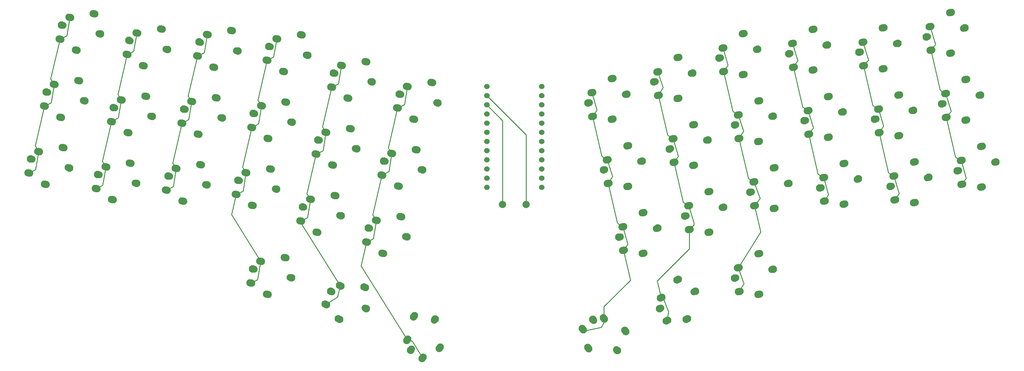
<source format=gbr>
%TF.GenerationSoftware,KiCad,Pcbnew,(6.0.8)*%
%TF.CreationDate,2023-05-09T18:28:35-05:00*%
%TF.ProjectId,Butterfly,42757474-6572-4666-9c79-2e6b69636164,1.0.0*%
%TF.SameCoordinates,Original*%
%TF.FileFunction,Copper,L1,Top*%
%TF.FilePolarity,Positive*%
%FSLAX46Y46*%
G04 Gerber Fmt 4.6, Leading zero omitted, Abs format (unit mm)*
G04 Created by KiCad (PCBNEW (6.0.8)) date 2023-05-09 18:28:35*
%MOMM*%
%LPD*%
G01*
G04 APERTURE LIST*
G04 Aperture macros list*
%AMHorizOval*
0 Thick line with rounded ends*
0 $1 width*
0 $2 $3 position (X,Y) of the first rounded end (center of the circle)*
0 $4 $5 position (X,Y) of the second rounded end (center of the circle)*
0 Add line between two ends*
20,1,$1,$2,$3,$4,$5,0*
0 Add two circle primitives to create the rounded ends*
1,1,$1,$2,$3*
1,1,$1,$4,$5*%
G04 Aperture macros list end*
%TA.AperFunction,WasherPad*%
%ADD10C,2.100000*%
%TD*%
%TA.AperFunction,WasherPad*%
%ADD11C,1.900000*%
%TD*%
%TA.AperFunction,ComponentPad*%
%ADD12HorizOval,2.000000X0.243593X0.056238X-0.243593X-0.056238X0*%
%TD*%
%TA.AperFunction,ComponentPad*%
%ADD13HorizOval,2.000000X0.243593X-0.056238X-0.243593X0.056238X0*%
%TD*%
%TA.AperFunction,ComponentPad*%
%ADD14HorizOval,2.000000X0.153915X0.197003X-0.153915X-0.197003X0*%
%TD*%
%TA.AperFunction,ComponentPad*%
%ADD15HorizOval,2.000000X0.224699X-0.109593X-0.224699X0.109593X0*%
%TD*%
%TA.AperFunction,ComponentPad*%
%ADD16HorizOval,2.000000X0.224699X0.109593X-0.224699X-0.109593X0*%
%TD*%
%TA.AperFunction,ComponentPad*%
%ADD17C,2.000000*%
%TD*%
%TA.AperFunction,ComponentPad*%
%ADD18C,1.524000*%
%TD*%
%TA.AperFunction,ComponentPad*%
%ADD19HorizOval,2.000000X0.153915X-0.197003X-0.153915X0.197003X0*%
%TD*%
%TA.AperFunction,Conductor*%
%ADD20C,0.250000*%
%TD*%
G04 APERTURE END LIST*
D10*
%TO.P,MX21,*%
%TO.N,*%
X241916561Y-87693925D03*
X252634631Y-85219463D03*
D11*
X252225396Y-85313943D03*
X242325796Y-87599445D03*
D12*
%TO.P,MX21,1,COL*%
%TO.N,col9*%
X243183618Y-91403988D03*
X242991870Y-84838858D03*
%TO.P,MX21,2,ROW*%
%TO.N,Net-(D21-Pad2)*%
X248602807Y-92205477D03*
X248607745Y-80935518D03*
%TD*%
D11*
%TO.P,MX8,*%
%TO.N,*%
X220014394Y-75643231D03*
D10*
X219605159Y-75737711D03*
D11*
X229913994Y-73357729D03*
D10*
X230323229Y-73263249D03*
D12*
%TO.P,MX8,1,COL*%
%TO.N,col8*%
X220680468Y-72882644D03*
X220872216Y-79447774D03*
%TO.P,MX8,2,ROW*%
%TO.N,Net-(D8-Pad2)*%
X226296343Y-68979304D03*
X226291405Y-80249263D03*
%TD*%
D10*
%TO.P,MX1,*%
%TO.N,*%
X55886091Y-59955256D03*
X66604161Y-62429718D03*
D11*
X56295326Y-60049736D03*
X66194926Y-62335238D03*
D13*
%TO.P,MX1,1,COL*%
%TO.N,col1*%
X58104152Y-57860524D03*
X55398530Y-63845280D03*
%TO.P,MX1,2,ROW*%
%TO.N,Net-(D1-Pad2)*%
X64862777Y-56814063D03*
X59917915Y-66941270D03*
%TD*%
D11*
%TO.P,MX7,*%
%TO.N,*%
X201809754Y-81475361D03*
X211709354Y-79189859D03*
D10*
X201400519Y-81569841D03*
X212118589Y-79095379D03*
D12*
%TO.P,MX7,1,COL*%
%TO.N,col7*%
X202667576Y-85279904D03*
X202475828Y-78714774D03*
%TO.P,MX7,2,ROW*%
%TO.N,Net-(D7-Pad2)*%
X208091703Y-74811434D03*
X208086765Y-86081393D03*
%TD*%
D10*
%TO.P,MX25,*%
%TO.N,*%
X47315454Y-97078756D03*
D11*
X47724689Y-97173236D03*
D10*
X58033524Y-99553218D03*
D11*
X57624289Y-99458738D03*
D13*
%TO.P,MX25,1,COL*%
%TO.N,col1*%
X46827893Y-100968780D03*
X49533515Y-94984024D03*
%TO.P,MX25,2,ROW*%
%TO.N,Net-(D25-Pad2)*%
X56292140Y-93937563D03*
X51347278Y-104064770D03*
%TD*%
D11*
%TO.P,MX29,*%
%TO.N,*%
X122864464Y-110447476D03*
D10*
X133173299Y-112827458D03*
D11*
X132764064Y-112732978D03*
D10*
X122455229Y-110352996D03*
D13*
%TO.P,MX29,1,COL*%
%TO.N,col5*%
X124673290Y-108258264D03*
X121967668Y-114243020D03*
%TO.P,MX29,2,ROW*%
%TO.N,Net-(D29-Pad2)*%
X126487053Y-117339010D03*
X131431915Y-107211803D03*
%TD*%
D10*
%TO.P,MX28,*%
%TO.N,*%
X115325768Y-105448515D03*
D11*
X114916533Y-105354035D03*
D10*
X104607698Y-102974053D03*
D11*
X105016933Y-103068533D03*
D13*
%TO.P,MX28,1,COL*%
%TO.N,col4*%
X106825759Y-100879321D03*
X104120137Y-106864077D03*
%TO.P,MX28,2,ROW*%
%TO.N,Net-(D28-Pad2)*%
X113584384Y-99832860D03*
X108639522Y-109960067D03*
%TD*%
D10*
%TO.P,MX39,*%
%TO.N,*%
X152387134Y-150076513D03*
X159159410Y-141408395D03*
D11*
X152645712Y-149745549D03*
X158900832Y-141739359D03*
D14*
%TO.P,MX39,1,COL*%
%TO.N,col6*%
X155706640Y-152162389D03*
X151426054Y-147180995D03*
%TO.P,MX39,2,ROW*%
%TO.N,Net-(D39-Pad2)*%
X160422535Y-149374857D03*
X153333958Y-140613346D03*
%TD*%
D11*
%TO.P,MX27,*%
%TO.N,*%
X95640563Y-104162341D03*
D10*
X96049798Y-104256821D03*
D11*
X85740963Y-101876839D03*
D10*
X85331728Y-101782359D03*
D13*
%TO.P,MX27,1,COL*%
%TO.N,col3*%
X84844167Y-105672383D03*
X87549789Y-99687627D03*
%TO.P,MX27,2,ROW*%
%TO.N,Net-(D27-Pad2)*%
X94308414Y-98641166D03*
X89363552Y-108768373D03*
%TD*%
D11*
%TO.P,MX24,*%
%TO.N,*%
X309517640Y-79418646D03*
D10*
X299208805Y-81798628D03*
X309926875Y-79324166D03*
D11*
X299618040Y-81704148D03*
D12*
%TO.P,MX24,1,COL*%
%TO.N,col12*%
X300284114Y-78943561D03*
X300475862Y-85508691D03*
%TO.P,MX24,2,ROW*%
%TO.N,Net-(D24-Pad2)*%
X305899989Y-75040221D03*
X305895051Y-86310180D03*
%TD*%
D11*
%TO.P,MX10,*%
%TO.N,*%
X267216048Y-65560500D03*
D10*
X267625283Y-65466020D03*
D11*
X257316448Y-67846002D03*
D10*
X256907213Y-67940482D03*
D12*
%TO.P,MX10,1,COL*%
%TO.N,col10*%
X257982522Y-65085415D03*
X258174270Y-71650545D03*
%TO.P,MX10,2,ROW*%
%TO.N,Net-(D10-Pad2)*%
X263598397Y-61182075D03*
X263593459Y-72452034D03*
%TD*%
D11*
%TO.P,MX38,*%
%TO.N,*%
X130623352Y-133875555D03*
D10*
X140132593Y-138513521D03*
D11*
X139755100Y-138329405D03*
D10*
X130245859Y-133691439D03*
D15*
%TO.P,MX38,1,COL*%
%TO.N,col5*%
X132878283Y-132149349D03*
X128895729Y-137372084D03*
%TO.P,MX38,2,ROW*%
%TO.N,Net-(D38-Pad2)*%
X139699088Y-132650069D03*
X132602836Y-141405365D03*
%TD*%
D10*
%TO.P,MX6,*%
%TO.N,*%
X159948573Y-81536088D03*
D11*
X159539338Y-81441608D03*
X149639738Y-79156106D03*
D10*
X149230503Y-79061626D03*
D13*
%TO.P,MX6,1,COL*%
%TO.N,col6*%
X151448564Y-76966894D03*
X148742942Y-82951650D03*
%TO.P,MX6,2,ROW*%
%TO.N,Net-(D6-Pad2)*%
X153262327Y-86047640D03*
X158207189Y-75920433D03*
%TD*%
D10*
%TO.P,MX2,*%
%TO.N,*%
X85165910Y-66715037D03*
D11*
X84756675Y-66620557D03*
D10*
X74447840Y-64240575D03*
D11*
X74857075Y-64335055D03*
D13*
%TO.P,MX2,1,COL*%
%TO.N,col2*%
X76665901Y-62145843D03*
X73960279Y-68130599D03*
%TO.P,MX2,2,ROW*%
%TO.N,Net-(D2-Pad2)*%
X78479664Y-71226589D03*
X83424526Y-61099382D03*
%TD*%
D11*
%TO.P,MX16,*%
%TO.N,*%
X119201851Y-86792285D03*
D10*
X119611086Y-86886765D03*
X108893016Y-84412303D03*
D11*
X109302251Y-84506783D03*
D13*
%TO.P,MX16,1,COL*%
%TO.N,col4*%
X111111077Y-82317571D03*
X108405455Y-88302327D03*
%TO.P,MX16,2,ROW*%
%TO.N,Net-(D16-Pad2)*%
X117869702Y-81271110D03*
X112924840Y-91398317D03*
%TD*%
D10*
%TO.P,MX12,*%
%TO.N,*%
X305641557Y-60762416D03*
D11*
X295332722Y-63142398D03*
X305232322Y-60856896D03*
D10*
X294923487Y-63236878D03*
D12*
%TO.P,MX12,1,COL*%
%TO.N,col12*%
X295998796Y-60381811D03*
X296190544Y-66946941D03*
%TO.P,MX12,2,ROW*%
%TO.N,Net-(D12-Pad2)*%
X301609733Y-67748430D03*
X301614671Y-56478471D03*
%TD*%
D11*
%TO.P,MX30,*%
%TO.N,*%
X141069103Y-116279605D03*
X150968703Y-118565107D03*
D10*
X140659868Y-116185125D03*
X151377938Y-118659587D03*
D13*
%TO.P,MX30,1,COL*%
%TO.N,col6*%
X140172307Y-120075149D03*
X142877929Y-114090393D03*
%TO.P,MX30,2,ROW*%
%TO.N,Net-(D30-Pad2)*%
X149636554Y-113043932D03*
X144691692Y-123171139D03*
%TD*%
D10*
%TO.P,MX22,*%
%TO.N,*%
X261192531Y-86502232D03*
D11*
X271501366Y-84122250D03*
X261601766Y-86407752D03*
D10*
X271910601Y-84027770D03*
D12*
%TO.P,MX22,1,COL*%
%TO.N,col10*%
X262459588Y-90212295D03*
X262267840Y-83647165D03*
%TO.P,MX22,2,ROW*%
%TO.N,Net-(D22-Pad2)*%
X267883715Y-79743825D03*
X267878777Y-91013784D03*
%TD*%
D11*
%TO.P,MX5,*%
%TO.N,*%
X141334699Y-75609478D03*
D10*
X131025864Y-73229496D03*
D11*
X131435099Y-73323976D03*
D10*
X141743934Y-75703958D03*
D13*
%TO.P,MX5,1,COL*%
%TO.N,col5*%
X130538303Y-77119520D03*
X133243925Y-71134764D03*
%TO.P,MX5,2,ROW*%
%TO.N,Net-(D5-Pad2)*%
X140002550Y-70088303D03*
X135057688Y-80215510D03*
%TD*%
D10*
%TO.P,MX19,*%
%TO.N,*%
X205685836Y-100131591D03*
D11*
X206095071Y-100037111D03*
X215994671Y-97751609D03*
D10*
X216403906Y-97657129D03*
D12*
%TO.P,MX19,1,COL*%
%TO.N,col7*%
X206952893Y-103841654D03*
X206761145Y-97276524D03*
%TO.P,MX19,2,ROW*%
%TO.N,Net-(D19-Pad2)*%
X212377020Y-93373184D03*
X212372082Y-104643143D03*
%TD*%
D10*
%TO.P,MX41,*%
%TO.N,*%
X221216499Y-138547274D03*
X231103233Y-133725192D03*
D11*
X230725740Y-133909308D03*
X221593992Y-138363158D03*
D16*
%TO.P,MX41,1,COL*%
%TO.N,col8*%
X223285664Y-141877223D03*
X221621998Y-135523490D03*
%TO.P,MX41,2,ROW*%
%TO.N,Net-(D41-Pad2)*%
X228746256Y-141439118D03*
X226215877Y-130456897D03*
%TD*%
D10*
%TO.P,MX33,*%
%TO.N,*%
X256919949Y-103781213D03*
D11*
X256510714Y-103875693D03*
X246611114Y-106161195D03*
D10*
X246201879Y-106255675D03*
D12*
%TO.P,MX33,1,COL*%
%TO.N,col9*%
X247468936Y-109965738D03*
X247277188Y-103400608D03*
%TO.P,MX33,2,ROW*%
%TO.N,Net-(D33-Pad2)*%
X252888125Y-110767227D03*
X252893063Y-99497268D03*
%TD*%
D17*
%TO.P,SW1,1,1*%
%TO.N,Net-(SW1-Pad1)*%
X177794578Y-109671024D03*
%TO.P,SW1,2,2*%
%TO.N,Net-(SW1-Pad2)*%
X184294578Y-109671024D03*
%TD*%
D18*
%TO.P,U1,1,D3/TX0*%
%TO.N,row1*%
X188655978Y-76986774D03*
%TO.P,U1,2,D2/RX1*%
%TO.N,unconnected-(U1-Pad2)*%
X188655978Y-79526774D03*
%TO.P,U1,3,GND*%
%TO.N,unconnected-(U1-Pad3)*%
X188655978Y-82066774D03*
%TO.P,U1,4,GND*%
%TO.N,unconnected-(U1-Pad4)*%
X188655978Y-84606774D03*
%TO.P,U1,5,SDA/D1/2*%
%TO.N,col12*%
X188655978Y-87146774D03*
%TO.P,U1,6,SCL/D0/3*%
%TO.N,col11*%
X188655978Y-89686774D03*
%TO.P,U1,7,D4/4*%
%TO.N,col10*%
X188655978Y-92226774D03*
%TO.P,U1,8,C6/5*%
%TO.N,row2*%
X188655978Y-94766774D03*
%TO.P,U1,9,D7/6*%
%TO.N,col9*%
X188655978Y-97306774D03*
%TO.P,U1,10,E6/7*%
%TO.N,col8*%
X188655978Y-99846774D03*
%TO.P,U1,11,B4/8*%
%TO.N,col7*%
X188655978Y-102386774D03*
%TO.P,U1,12,B5/9*%
%TO.N,unconnected-(U1-Pad12)*%
X188655978Y-104926774D03*
%TO.P,U1,13,10/B6*%
%TO.N,row4*%
X173435978Y-104926774D03*
%TO.P,U1,14,16/B2*%
%TO.N,row3*%
X173435978Y-102386774D03*
%TO.P,U1,15,14/B3*%
%TO.N,col6*%
X173435978Y-99846774D03*
%TO.P,U1,16,15/B1*%
%TO.N,col5*%
X173435978Y-97306774D03*
%TO.P,U1,17,A0/F7*%
%TO.N,col4*%
X173435978Y-94766774D03*
%TO.P,U1,18,A1/F6*%
%TO.N,col3*%
X173435978Y-92226774D03*
%TO.P,U1,19,A2/F5*%
%TO.N,col2*%
X173435978Y-89686774D03*
%TO.P,U1,20,A3/F4*%
%TO.N,col1*%
X173435978Y-87146774D03*
%TO.P,U1,21,VCC*%
%TO.N,unconnected-(U1-Pad21)*%
X173435978Y-84606774D03*
%TO.P,U1,22,RST*%
%TO.N,Net-(SW1-Pad1)*%
X173435978Y-82066774D03*
%TO.P,U1,23,GND*%
%TO.N,Net-(SW1-Pad2)*%
X173435978Y-79526774D03*
%TO.P,U1,24,RAW*%
%TO.N,unconnected-(U1-Pad24)*%
X173435978Y-76986774D03*
%TD*%
D11*
%TO.P,MX35,*%
%TO.N,*%
X285341608Y-104551216D03*
D10*
X284932373Y-104645696D03*
X295650443Y-102171234D03*
D11*
X295241208Y-102265714D03*
D12*
%TO.P,MX35,1,COL*%
%TO.N,col11*%
X286199430Y-108355759D03*
X286007682Y-101790629D03*
%TO.P,MX35,2,ROW*%
%TO.N,Net-(D35-Pad2)*%
X291618619Y-109157248D03*
X291623557Y-97887289D03*
%TD*%
D10*
%TO.P,MX17,*%
%TO.N,*%
X126740545Y-91791246D03*
X137458615Y-94265708D03*
D11*
X127149780Y-91885726D03*
X137049380Y-94171228D03*
D13*
%TO.P,MX17,1,COL*%
%TO.N,col5*%
X128958606Y-89696514D03*
X126252984Y-95681270D03*
%TO.P,MX17,2,ROW*%
%TO.N,Net-(D17-Pad2)*%
X130772369Y-98777260D03*
X135717231Y-88650053D03*
%TD*%
D10*
%TO.P,MX34,*%
%TO.N,*%
X276195918Y-102589520D03*
X265477848Y-105063982D03*
D11*
X265887083Y-104969502D03*
X275786683Y-102684000D03*
D12*
%TO.P,MX34,1,COL*%
%TO.N,col10*%
X266744905Y-108774045D03*
X266553157Y-102208915D03*
%TO.P,MX34,2,ROW*%
%TO.N,Net-(D34-Pad2)*%
X272164094Y-109575534D03*
X272169032Y-98305575D03*
%TD*%
D11*
%TO.P,MX23,*%
%TO.N,*%
X281056290Y-85989466D03*
D10*
X291365125Y-83609484D03*
X280647055Y-86083946D03*
D11*
X290955890Y-83703964D03*
D12*
%TO.P,MX23,1,COL*%
%TO.N,col11*%
X281722364Y-83228879D03*
X281914112Y-89794009D03*
%TO.P,MX23,2,ROW*%
%TO.N,Net-(D23-Pad2)*%
X287333301Y-90595498D03*
X287338239Y-79325539D03*
%TD*%
D10*
%TO.P,MX11,*%
%TO.N,*%
X276361737Y-67522196D03*
D11*
X276770972Y-67427716D03*
D10*
X287079807Y-65047734D03*
D11*
X286670572Y-65142214D03*
D12*
%TO.P,MX11,1,COL*%
%TO.N,col11*%
X277628794Y-71232259D03*
X277437046Y-64667129D03*
%TO.P,MX11,2,ROW*%
%TO.N,Net-(D11-Pad2)*%
X283052921Y-60763789D03*
X283047983Y-72033748D03*
%TD*%
D11*
%TO.P,MX36,*%
%TO.N,*%
X313802957Y-97980396D03*
D10*
X303494122Y-100360378D03*
X314212192Y-97885916D03*
D11*
X303903357Y-100265898D03*
D12*
%TO.P,MX36,1,COL*%
%TO.N,col12*%
X304761179Y-104070441D03*
X304569431Y-97505311D03*
%TO.P,MX36,2,ROW*%
%TO.N,Net-(D36-Pad2)*%
X310180368Y-104871930D03*
X310185306Y-93601971D03*
%TD*%
D10*
%TO.P,MX14,*%
%TO.N,*%
X70162522Y-82802323D03*
D11*
X80471357Y-85182305D03*
X70571757Y-82896803D03*
D10*
X80880592Y-85276785D03*
D13*
%TO.P,MX14,1,COL*%
%TO.N,col2*%
X72380583Y-80707591D03*
X69674961Y-86692347D03*
%TO.P,MX14,2,ROW*%
%TO.N,Net-(D14-Pad2)*%
X79139208Y-79661130D03*
X74194346Y-89788337D03*
%TD*%
D10*
%TO.P,MX31,*%
%TO.N,*%
X220689224Y-116218879D03*
X209971154Y-118693341D03*
D11*
X210380389Y-118598861D03*
X220279989Y-116313359D03*
D12*
%TO.P,MX31,1,COL*%
%TO.N,col7*%
X211238211Y-122403404D03*
X211046463Y-115838274D03*
%TO.P,MX31,2,ROW*%
%TO.N,Net-(D31-Pad2)*%
X216662338Y-111934934D03*
X216657400Y-123204893D03*
%TD*%
D10*
%TO.P,MX4,*%
%TO.N,*%
X123896403Y-68325014D03*
X113178333Y-65850552D03*
D11*
X123487168Y-68230534D03*
X113587568Y-65945032D03*
D13*
%TO.P,MX4,1,COL*%
%TO.N,col4*%
X115396394Y-63755820D03*
X112690772Y-69740576D03*
%TO.P,MX4,2,ROW*%
%TO.N,Net-(D4-Pad2)*%
X122155019Y-62709359D03*
X117210157Y-72836566D03*
%TD*%
D11*
%TO.P,MX15,*%
%TO.N,*%
X99925882Y-85600593D03*
X90026282Y-83315091D03*
D10*
X89617047Y-83220611D03*
X100335117Y-85695073D03*
D13*
%TO.P,MX15,1,COL*%
%TO.N,col3*%
X91835108Y-81125879D03*
X89129486Y-87110635D03*
%TO.P,MX15,2,ROW*%
%TO.N,Net-(D15-Pad2)*%
X93648871Y-90206625D03*
X98593733Y-80079418D03*
%TD*%
D11*
%TO.P,MX26,*%
%TO.N,*%
X76186040Y-103744056D03*
X66286440Y-101458554D03*
D10*
X65877205Y-101364074D03*
X76595275Y-103838536D03*
D13*
%TO.P,MX26,1,COL*%
%TO.N,col2*%
X68095266Y-99269342D03*
X65389644Y-105254098D03*
%TO.P,MX26,2,ROW*%
%TO.N,Net-(D26-Pad2)*%
X69909029Y-108350088D03*
X74853891Y-98222881D03*
%TD*%
D10*
%TO.P,MX20,*%
%TO.N,*%
X223890476Y-94299461D03*
D11*
X234199311Y-91919479D03*
D10*
X234608546Y-91824999D03*
D11*
X224299711Y-94204981D03*
D12*
%TO.P,MX20,1,COL*%
%TO.N,col8*%
X224965785Y-91444394D03*
X225157533Y-98009524D03*
%TO.P,MX20,2,ROW*%
%TO.N,Net-(D20-Pad2)*%
X230576722Y-98811013D03*
X230581660Y-87541054D03*
%TD*%
D11*
%TO.P,MX13,*%
%TO.N,*%
X61909608Y-80896989D03*
D10*
X62318843Y-80991469D03*
D11*
X52010008Y-78611487D03*
D10*
X51600773Y-78517007D03*
D13*
%TO.P,MX13,1,COL*%
%TO.N,col1*%
X53818834Y-76422275D03*
X51113212Y-82407031D03*
%TO.P,MX13,2,ROW*%
%TO.N,Net-(D13-Pad2)*%
X55632597Y-85503021D03*
X60577459Y-75375814D03*
%TD*%
D10*
%TO.P,MX18,*%
%TO.N,*%
X144945186Y-97623376D03*
D11*
X155254021Y-100003358D03*
D10*
X155663256Y-100097838D03*
D11*
X145354421Y-97717856D03*
D13*
%TO.P,MX18,1,COL*%
%TO.N,col6*%
X144457625Y-101513400D03*
X147163247Y-95528644D03*
%TO.P,MX18,2,ROW*%
%TO.N,Net-(D18-Pad2)*%
X148977010Y-104609390D03*
X153921872Y-94482183D03*
%TD*%
D11*
%TO.P,MX9,*%
%TO.N,*%
X238040479Y-69037695D03*
X247940079Y-66752193D03*
D10*
X248349314Y-66657713D03*
X237631244Y-69132175D03*
D12*
%TO.P,MX9,1,COL*%
%TO.N,col9*%
X238898301Y-72842238D03*
X238706553Y-66277108D03*
%TO.P,MX9,2,ROW*%
%TO.N,Net-(D9-Pad2)*%
X244322428Y-62373768D03*
X244317490Y-73643727D03*
%TD*%
D11*
%TO.P,MX3,*%
%TO.N,*%
X104211199Y-67038843D03*
X94311599Y-64753341D03*
D10*
X93902364Y-64658861D03*
X104620434Y-67133323D03*
D13*
%TO.P,MX3,1,COL*%
%TO.N,col3*%
X96120425Y-62564129D03*
X93414803Y-68548885D03*
%TO.P,MX3,2,ROW*%
%TO.N,Net-(D3-Pad2)*%
X97934188Y-71644875D03*
X102879050Y-61517668D03*
%TD*%
D11*
%TO.P,MX32,*%
%TO.N,*%
X238484629Y-110481229D03*
X228585029Y-112766731D03*
D10*
X228175794Y-112861211D03*
X238893864Y-110386749D03*
D12*
%TO.P,MX32,1,COL*%
%TO.N,col8*%
X229442851Y-116571274D03*
X229251103Y-110006144D03*
%TO.P,MX32,2,ROW*%
%TO.N,Net-(D32-Pad2)*%
X234862040Y-117372763D03*
X234866978Y-106102804D03*
%TD*%
D11*
%TO.P,MX40,*%
%TO.N,*%
X203047724Y-141835874D03*
X209302844Y-149842064D03*
D10*
X202789146Y-141504910D03*
X209561422Y-150173028D03*
D19*
%TO.P,MX40,1,COL*%
%TO.N,col7*%
X205831161Y-141272868D03*
X199962169Y-144221194D03*
%TO.P,MX40,2,ROW*%
%TO.N,Net-(D40-Pad2)*%
X201526021Y-149471372D03*
X211742159Y-144712956D03*
%TD*%
D11*
%TO.P,MX42,*%
%TO.N,*%
X252229376Y-127673726D03*
D10*
X252638611Y-127579246D03*
D11*
X242329776Y-129959228D03*
D10*
X241920541Y-130053708D03*
D12*
%TO.P,MX42,1,COL*%
%TO.N,col9*%
X243187598Y-133763771D03*
X242995850Y-127198641D03*
%TO.P,MX42,2,ROW*%
%TO.N,Net-(D42-Pad2)*%
X248611725Y-123295301D03*
X248606787Y-134565260D03*
%TD*%
D11*
%TO.P,MX37,*%
%TO.N,*%
X119019315Y-129925475D03*
D10*
X119428550Y-130019955D03*
X108710480Y-127545493D03*
D11*
X109119715Y-127639973D03*
D13*
%TO.P,MX37,1,COL*%
%TO.N,col4*%
X108222919Y-131435517D03*
X110928541Y-125450761D03*
%TO.P,MX37,2,ROW*%
%TO.N,Net-(D37-Pad2)*%
X112742304Y-134531507D03*
X117687166Y-124404300D03*
%TD*%
D20*
%TO.N,col1*%
X53013284Y-81449969D02*
X51113210Y-82407030D01*
X51113210Y-82407030D02*
X48566764Y-93436900D01*
X55398529Y-63845281D02*
X52852083Y-74875150D01*
X52852083Y-74875150D02*
X53818833Y-76422274D01*
X48695284Y-100002030D02*
X46827894Y-100968779D01*
X53818833Y-76422274D02*
X53013284Y-81449969D01*
X57331284Y-62907969D02*
X55398529Y-63845281D01*
X49533516Y-94984024D02*
X48695284Y-100002030D01*
X48566764Y-93436900D02*
X49533516Y-94984024D01*
X58104150Y-57860524D02*
X57331284Y-62907969D01*
%TO.N,col2*%
X71555284Y-85640969D02*
X69674960Y-86692348D01*
X75746284Y-67225969D02*
X73960279Y-68130598D01*
X72380583Y-80707592D02*
X71555284Y-85640969D01*
X69674960Y-86692348D02*
X67128515Y-97722217D01*
X67237284Y-104309969D02*
X65389644Y-105254098D01*
X71413833Y-79160467D02*
X72380583Y-80707592D01*
X76665900Y-62145842D02*
X75746284Y-67225969D01*
X67128515Y-97722217D02*
X68095265Y-99269341D01*
X73960279Y-68130598D02*
X71413833Y-79160467D01*
X68095265Y-99269341D02*
X67237284Y-104309969D01*
%TO.N,col3*%
X90986284Y-86148969D02*
X89129485Y-87110633D01*
X90868357Y-79578754D02*
X91835108Y-81125878D01*
X87549790Y-99687628D02*
X86795284Y-104690969D01*
X96120424Y-62564128D02*
X95304284Y-67606969D01*
X86583039Y-98140503D02*
X87549790Y-99687628D01*
X93414803Y-68548885D02*
X90868357Y-79578754D01*
X89129485Y-87110633D02*
X86583039Y-98140503D01*
X86795284Y-104690969D02*
X84844168Y-105672384D01*
X91835108Y-81125878D02*
X90986284Y-86148969D01*
X95304284Y-67606969D02*
X93414803Y-68548885D01*
%TO.N,col4*%
X110036284Y-130471969D02*
X108222919Y-131435516D01*
X110290284Y-87335576D02*
X108405455Y-88302327D01*
X114481284Y-68773827D02*
X112690772Y-69740577D01*
X115396394Y-63755821D02*
X114481284Y-68773827D01*
X112690772Y-69740577D02*
X110144326Y-80770447D01*
X106825759Y-100879320D02*
X106099284Y-105960969D01*
X110144326Y-80770447D02*
X111111076Y-82317571D01*
X102823575Y-112480102D02*
X110928542Y-125450760D01*
X105859009Y-99332196D02*
X106825759Y-100879320D01*
X110928542Y-125450760D02*
X110036284Y-130471969D01*
X111111076Y-82317571D02*
X110290284Y-87335576D01*
X106099284Y-105960969D02*
X104120136Y-106864077D01*
X108405455Y-88302327D02*
X105859009Y-99332196D01*
X104120136Y-106864077D02*
X102823575Y-112480102D01*
%TO.N,col5*%
X121967667Y-114243019D02*
X121892531Y-114568470D01*
X130538302Y-77119519D02*
X127991855Y-88149389D01*
X128197284Y-94784969D02*
X126252985Y-95681270D01*
X126252985Y-95681270D02*
X123706539Y-106711139D01*
X127991855Y-88149389D02*
X128958607Y-89696513D01*
X128958607Y-89696513D02*
X128197284Y-94784969D01*
X132878283Y-132149349D02*
X132140639Y-135344439D01*
X133243925Y-71134764D02*
X132388284Y-76242969D01*
X124673288Y-108258263D02*
X123879284Y-113326969D01*
X123879284Y-113326969D02*
X121967667Y-114243019D01*
X132388284Y-76242969D02*
X130538302Y-77119519D01*
X123706539Y-106711139D02*
X124673288Y-108258263D01*
X132140639Y-135344439D02*
X128895729Y-137372084D01*
X121892531Y-114568470D02*
X132878283Y-132149349D01*
%TO.N,col6*%
X144457624Y-101513400D02*
X141911178Y-112543269D01*
X146196497Y-93981518D02*
X147163247Y-95528643D01*
X151426054Y-147180995D02*
X152790800Y-147496071D01*
X152790800Y-147496071D02*
X155706640Y-152162389D01*
X148742942Y-82951650D02*
X146196497Y-93981518D01*
X140172307Y-120075150D02*
X138638866Y-126717215D01*
X142040284Y-119168969D02*
X140172307Y-120075150D01*
X141911178Y-112543269D02*
X142877929Y-114090393D01*
X151448564Y-76966893D02*
X150676284Y-81984899D01*
X150676284Y-81984899D02*
X148742942Y-82951650D01*
X142877929Y-114090393D02*
X142040284Y-119168969D01*
X146358284Y-100546649D02*
X144457624Y-101513400D01*
X147163247Y-95528643D02*
X146358284Y-100546649D01*
X138638866Y-126717215D02*
X151426054Y-147180995D01*
%TO.N,Net-(SW1-Pad1)*%
X173435978Y-82066774D02*
X177794578Y-86425374D01*
X177794578Y-86425374D02*
X177794578Y-109671024D01*
%TO.N,Net-(SW1-Pad2)*%
X184294578Y-90385374D02*
X184294578Y-109671024D01*
X173435978Y-79526774D02*
X184294578Y-90385374D01*
%TO.N,col7*%
X205214022Y-96309773D02*
X206761146Y-97276524D01*
X206952893Y-103841654D02*
X209499339Y-114871523D01*
X202475828Y-78714774D02*
X203889284Y-83481969D01*
X205831161Y-137978133D02*
X205831161Y-141272868D01*
X203889284Y-83481969D02*
X202667576Y-85279904D01*
X206761146Y-97276524D02*
X208207284Y-101896969D01*
X211238211Y-122403404D02*
X213145315Y-130663979D01*
X208207284Y-101896969D02*
X206952893Y-103841654D01*
X205020167Y-143666934D02*
X200314666Y-144753284D01*
X202667576Y-85279904D02*
X205214022Y-96309773D01*
X209499339Y-114871523D02*
X211046463Y-115838273D01*
X212398284Y-120692969D02*
X211238211Y-122403404D01*
X206183659Y-141804958D02*
X205020167Y-143666934D01*
X211046463Y-115838273D02*
X212398284Y-120692969D01*
X213145315Y-130663979D02*
X205831161Y-137978133D01*
%TO.N,col8*%
X223701284Y-139361969D02*
X223285664Y-141877223D01*
X225157533Y-98009524D02*
X227703979Y-109039393D01*
X220872216Y-79447774D02*
X223418662Y-90477643D01*
X229442851Y-116571274D02*
X229442851Y-121917787D01*
X230686284Y-114723969D02*
X230686284Y-115327841D01*
X230686284Y-115327841D02*
X229442851Y-116571274D01*
X222177284Y-77258969D02*
X220872216Y-79447774D01*
X221621998Y-135523491D02*
X222292331Y-135942361D01*
X222292331Y-135942361D02*
X223701284Y-139361969D01*
X227703979Y-109039393D02*
X229251103Y-110006143D01*
X220536961Y-130823677D02*
X221621998Y-135523491D01*
X220680468Y-72882644D02*
X222177284Y-77258969D01*
X229442851Y-121917787D02*
X220536961Y-130823677D01*
X229251103Y-110006143D02*
X230686284Y-114723969D01*
X226368284Y-96308969D02*
X225157533Y-98009524D01*
X224965786Y-91444394D02*
X226368284Y-96308969D01*
X223418662Y-90477643D02*
X224965786Y-91444394D01*
%TO.N,col9*%
X242995851Y-127198641D02*
X244529284Y-131614969D01*
X244402284Y-89323969D02*
X243183618Y-91403987D01*
X248974284Y-107992969D02*
X247468936Y-109965737D01*
X242991871Y-84838857D02*
X244402284Y-89323969D01*
X245730064Y-102433857D02*
X247277188Y-103400607D01*
X247277188Y-103400607D02*
X248974284Y-107992969D01*
X238898301Y-72842238D02*
X241444747Y-83872107D01*
X240084284Y-71035969D02*
X238898301Y-72842238D01*
X249167316Y-117322231D02*
X242995851Y-127198641D01*
X244529284Y-131614969D02*
X243187598Y-133763771D01*
X247468936Y-109965737D02*
X249167316Y-117322231D01*
X243183618Y-91403987D02*
X245730064Y-102433857D01*
X241444747Y-83872107D02*
X242991871Y-84838857D01*
X238706553Y-66277108D02*
X240084284Y-71035969D01*
%TO.N,col10*%
X266553158Y-102208914D02*
X267897284Y-106976969D01*
X259388284Y-69765969D02*
X258174270Y-71650545D01*
X265006033Y-101242164D02*
X266553158Y-102208914D01*
X267897284Y-106976969D02*
X266744905Y-108774045D01*
X262267840Y-83647165D02*
X263706284Y-88434969D01*
X257982523Y-65085415D02*
X259388284Y-69765969D01*
X263706284Y-88434969D02*
X262459588Y-90212295D01*
X262459588Y-90212295D02*
X265006033Y-101242164D01*
X260720716Y-82680414D02*
X262267840Y-83647165D01*
X258174270Y-71650545D02*
X260720716Y-82680414D01*
%TO.N,col11*%
X286007682Y-101790628D02*
X287455284Y-106595969D01*
X283137284Y-87926969D02*
X281914112Y-89794008D01*
X281914112Y-89794008D02*
X284460558Y-100823878D01*
X278946284Y-69638969D02*
X277628794Y-71232259D01*
X287455284Y-106595969D02*
X286199429Y-108355758D01*
X277628794Y-71232259D02*
X280175240Y-82262128D01*
X280175240Y-82262128D02*
X281722364Y-83228878D01*
X284460558Y-100823878D02*
X286007682Y-101790628D01*
X281722364Y-83228878D02*
X283137284Y-87926969D01*
X277437047Y-64667129D02*
X278946284Y-69638969D01*
%TO.N,col12*%
X298736990Y-77976810D02*
X300284114Y-78943561D01*
X300475861Y-85508691D02*
X303022307Y-96538560D01*
X301806284Y-83862969D02*
X300475861Y-85508691D01*
X297488284Y-65320969D02*
X296190544Y-66946941D01*
X295998797Y-60381811D02*
X297488284Y-65320969D01*
X305997284Y-102404969D02*
X304761179Y-104070441D01*
X296190544Y-66946941D02*
X298736990Y-77976810D01*
X304569432Y-97505310D02*
X305997284Y-102404969D01*
X300284114Y-78943561D02*
X301806284Y-83862969D01*
X303022307Y-96538560D02*
X304569432Y-97505310D01*
%TD*%
M02*

</source>
